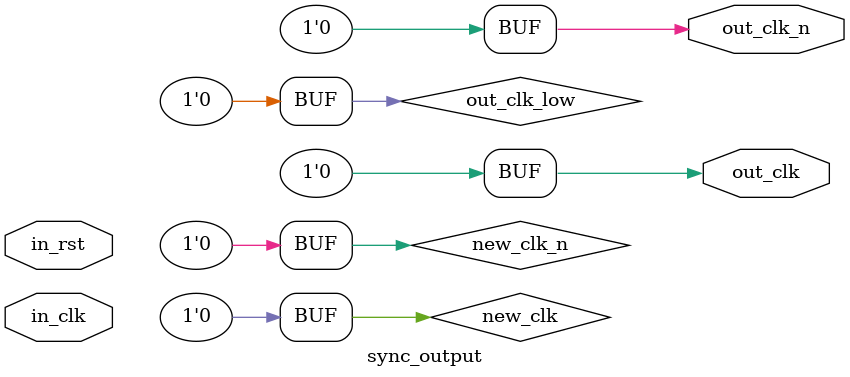
<source format=sv>
`timescale 1ns / 1ps

module sync_output #(
    parameter   GEN_CLOCK   = 0
) (
    input  wire                                           in_rst,
    input  wire                                           in_clk, 

    output reg                                            out_clk,
    output reg                                            out_clk_n 
);


reg out_clk_low = '0;
reg new_clk = '0;
reg new_clk_n = '0;

reg rstn_clk_l = '0;
reg rstn_clk   = '0;

always @ (posedge in_clk or negedge in_rst)
    if(!in_rst) begin
        rstn_clk   <= '0;
        rstn_clk_l <= '0;
    end
    else begin
        rstn_clk   <= rstn_clk_l;
        rstn_clk_l <= 1'b1;
    end


// OUTPUT CLOCK
always @ (posedge in_clk or negedge in_rst)
    if(!in_rst) begin
        out_clk   <= 2'b00;
        out_clk_n <= 2'b00;
    end
    else begin
        //out_clk   <= ~out_clk_n;
        //out_clk_n <= ~out_clk;
        {out_clk,out_clk_n} <= {out_clk,out_clk_n} + 2'b01;
    end
    
assign out_clk   = new_clk;
assign out_clk_n = new_clk_n;    


endmodule


</source>
